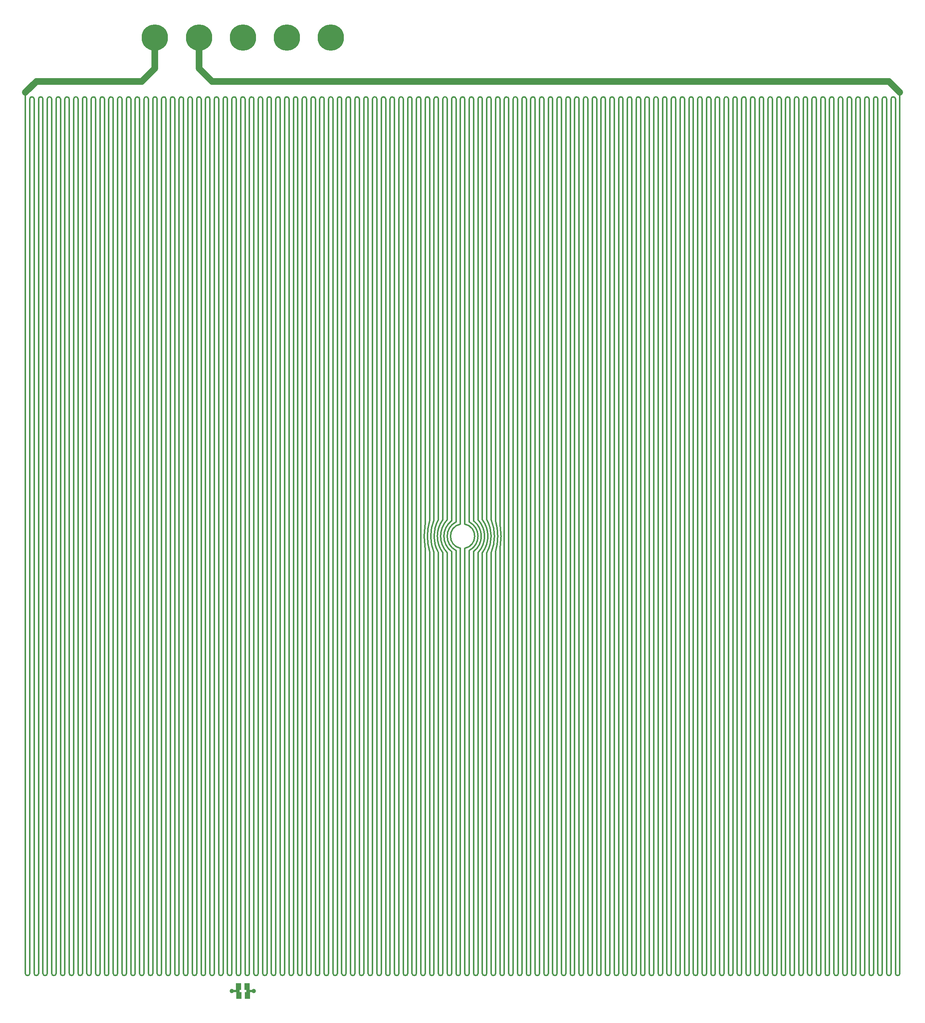
<source format=gtl>
G04 DipTrace 2.4.0.2*
%INTOP_COPPER.GTL*%
%MOIN*%
%ADD13C,0.0591*%
%ADD14C,0.0146*%
%ADD15C,0.0197*%
%ADD16C,0.0394*%
%ADD17C,0.0*%
%ADD20R,0.0512X0.0591*%
%ADD21C,0.2362*%
%FSLAX44Y44*%
G04*
G70*
G90*
G75*
G01*
%LNTop*%
%LPD*%
X22444Y90751D2*
D13*
Y87995D1*
X23625Y86814D1*
X84255D1*
X85239Y85830D1*
D14*
Y6893D1*
G02X84846Y6893I-197J0D01*
G01*
Y85239D1*
G03X84452Y85239I-197J0D01*
G01*
Y6893D1*
G02X84058Y6893I-197J0D01*
G01*
Y85239D1*
G03X83665Y85239I-197J0D01*
G01*
Y6893D1*
G02X83271Y6893I-197J0D01*
G01*
Y85239D1*
G03X82877Y85239I-197J0D01*
G01*
Y6893D1*
G02X82483Y6893I-197J0D01*
G01*
Y85239D1*
G03X82090Y85239I-197J0D01*
G01*
Y6893D1*
G02X81696Y6893I-197J0D01*
G01*
Y85239D1*
G03X81302Y85239I-197J0D01*
G01*
Y6893D1*
G02X80909Y6893I-197J0D01*
G01*
Y85239D1*
G03X80515Y85239I-197J0D01*
G01*
Y6893D1*
G02X80121Y6893I-197J0D01*
G01*
Y85239D1*
G03X79728Y85239I-197J0D01*
G01*
Y6893D1*
G02X79334Y6893I-197J0D01*
G01*
Y85239D1*
G03X78940Y85239I-197J0D01*
G01*
Y6893D1*
G02X78546Y6893I-197J0D01*
G01*
Y85239D1*
G03X78153Y85239I-197J0D01*
G01*
Y6893D1*
G02X77759Y6893I-197J0D01*
G01*
Y85239D1*
G03X77365Y85239I-197J0D01*
G01*
Y6893D1*
G02X76972Y6897I-197J2D01*
G01*
Y85239D1*
G03X76578Y85239I-197J0D01*
G01*
Y6893D1*
G02X76184Y6893I-197J0D01*
G01*
Y85239D1*
G03X75791Y85239I-197J0D01*
G01*
Y6893D1*
G02X75397Y6893I-197J0D01*
G01*
Y85239D1*
G03X75003Y85239I-197J0D01*
G01*
Y6893D1*
G02X74609Y6893I-197J0D01*
G01*
Y85239D1*
G03X74216Y85239I-197J0D01*
G01*
Y6893D1*
G02X73822Y6893I-197J0D01*
G01*
Y85239D1*
G03X73428Y85239I-197J0D01*
G01*
Y6893D1*
G02X73035Y6893I-197J0D01*
G01*
Y85239D1*
G03X72641Y85239I-197J0D01*
G01*
Y6893D1*
G02X72247Y6893I-197J0D01*
G01*
Y85239D1*
G03X71854Y85239I-197J0D01*
G01*
Y6893D1*
G02X71460Y6893I-197J0D01*
G01*
Y85239D1*
G03X71066Y85239I-197J0D01*
G01*
Y6893D1*
G02X70672Y6893I-197J0D01*
G01*
Y85239D1*
G03X70279Y85239I-197J0D01*
G01*
Y6893D1*
G02X69885Y6893I-197J0D01*
G01*
Y85239D1*
G03X69491Y85239I-197J0D01*
G01*
Y6893D1*
G02X69098Y6893I-197J0D01*
G01*
Y85239D1*
G03X68704Y85239I-197J0D01*
G01*
Y6893D1*
G02X68310Y6893I-197J0D01*
G01*
Y85239D1*
G03X67917Y85239I-197J0D01*
G01*
Y6893D1*
G02X67523Y6897I-197J2D01*
G01*
Y85239D1*
G03X67129Y85239I-197J0D01*
G01*
Y6893D1*
G02X66735Y6893I-197J0D01*
G01*
Y85239D1*
G03X66342Y85239I-197J0D01*
G01*
Y6893D1*
G02X65948Y6893I-197J0D01*
G01*
Y85239D1*
G03X65554Y85239I-197J0D01*
G01*
Y6893D1*
G02X65161Y6893I-197J0D01*
G01*
Y85239D1*
G03X64767Y85239I-197J0D01*
G01*
Y6893D1*
G02X64373Y6893I-197J0D01*
G01*
Y85239D1*
G03X63980Y85239I-197J0D01*
G01*
Y6893D1*
G02X63586Y6893I-197J0D01*
G01*
Y85239D1*
G03X63192Y85239I-197J0D01*
G01*
Y6893D1*
G02X62798Y6893I-197J0D01*
G01*
Y85239D1*
G03X62405Y85239I-197J0D01*
G01*
Y6893D1*
G02X62011Y6893I-197J0D01*
G01*
Y85239D1*
G03X61617Y85239I-197J0D01*
G01*
Y6893D1*
G02X61224Y6893I-197J0D01*
G01*
Y85239D1*
G03X60830Y85239I-197J0D01*
G01*
Y6893D1*
G02X60436Y6893I-197J0D01*
G01*
Y85239D1*
G03X60043Y85239I-197J0D01*
G01*
Y6893D1*
G02X59649Y6893I-197J0D01*
G01*
Y85239D1*
G03X59255Y85239I-197J0D01*
G01*
Y6893D1*
G02X58861Y6893I-197J0D01*
G01*
Y85239D1*
G03X58468Y85239I-197J0D01*
G01*
Y6893D1*
G02X58074Y6897I-197J2D01*
G01*
Y85239D1*
G03X57680Y85239I-197J0D01*
G01*
Y6893D1*
G02X57287Y6893I-197J0D01*
G01*
Y85239D1*
G03X56893Y85239I-197J0D01*
G01*
Y6893D1*
G02X56499Y6893I-197J0D01*
G01*
Y85239D1*
G03X56106Y85239I-197J0D01*
G01*
Y6893D1*
G02X55712Y6893I-197J0D01*
G01*
Y85239D1*
G03X55318Y85239I-197J0D01*
G01*
Y6893D1*
G02X54924Y6893I-197J0D01*
G01*
Y85239D1*
G03X54531Y85239I-197J0D01*
G01*
Y6893D1*
G02X54137Y6893I-197J0D01*
G01*
Y85239D1*
G03X53743Y85239I-197J0D01*
G01*
Y6893D1*
G02X53350Y6893I-197J0D01*
G01*
Y85239D1*
G03X52956Y85239I-197J0D01*
G01*
Y6893D1*
G02X52562Y6893I-197J0D01*
G01*
Y85239D1*
G03X52169Y85239I-197J0D01*
G01*
Y6893D1*
G02X51775Y6893I-197J0D01*
G01*
Y85239D1*
G03X51381Y85239I-197J0D01*
G01*
Y6893D1*
G02X50987Y6893I-197J0D01*
G01*
Y85239D1*
G03X50594Y85239I-197J0D01*
G01*
Y6893D1*
G02X50200Y6893I-197J0D01*
G01*
Y85239D1*
G03X49806Y85239I-197J0D01*
G01*
Y6893D1*
G02X49413Y6893I-197J0D01*
G01*
Y44885D1*
G03X49413Y47247I-7037J1181D01*
G01*
Y85239D1*
G03X49019Y85239I-197J0D01*
G01*
Y47444D1*
G02X49019Y44688I-4724J-1378D01*
G01*
Y6893D1*
G02X48625Y6897I-197J2D01*
G01*
Y44590D1*
G03X48625Y47543I-3543J1476D01*
G01*
Y85239D1*
G03X48231Y85239I-197J0D01*
G01*
Y47543D1*
G02X48231Y44590I-2571J-1476D01*
G01*
Y6893D1*
G02X47838Y6893I-197J0D01*
G01*
Y44590D1*
G03X47838Y47543I-1969J1476D01*
G01*
Y85239D1*
G03X47444Y85239I-197J0D01*
G01*
Y47543D1*
G02X47444Y44590I-1550J-1476D01*
G01*
Y6893D1*
G02X47050Y6893I-197J0D01*
G01*
Y44688D1*
G03X47050Y47444I-1033J1378D01*
G01*
Y85239D1*
G03X46657Y85239I-197J0D01*
G01*
Y47346D1*
G02X46657Y44787I-646J-1280D01*
G01*
Y6893D1*
G02X46263Y6893I-197J0D01*
G01*
Y44983D1*
G03X46263Y47149I-219J1083D01*
G01*
Y85239D1*
G03X45869Y85240I-197J0D01*
G01*
Y47149D1*
G03X45869Y44983I219J-1083D01*
G01*
Y6893D1*
G02X45476Y6893I-197J0D01*
G01*
Y44787D1*
G02X45476Y47346I646J1280D01*
G01*
Y85239D1*
G03X45082Y85239I-197J0D01*
G01*
Y47444D1*
G03X45082Y44688I1033J-1378D01*
G01*
Y6893D1*
G02X44688Y6893I-197J0D01*
G01*
Y44590D1*
G02X44688Y47543I1550J1476D01*
G01*
Y85239D1*
G03X44294Y85239I-197J0D01*
G01*
Y47543D1*
G03X44294Y44590I1969J-1476D01*
G01*
Y6893D1*
G02X43901Y6893I-197J0D01*
G01*
Y44590D1*
G02X43901Y47543I2571J1476D01*
G01*
Y85239D1*
G03X43507Y85239I-197J0D01*
G01*
Y47543D1*
G03X43507Y44590I3543J-1476D01*
G01*
Y6893D1*
G02X43113Y6893I-197J0D01*
G01*
Y44688D1*
G02X43113Y47444I4724J1378D01*
G01*
Y85239D1*
G03X42720Y85239I-197J0D01*
G01*
Y47247D1*
G03X42720Y44885I7037J-1181D01*
G01*
Y6893D1*
G02X42326Y6893I-197J0D01*
G01*
Y85239D1*
G03X41932Y85239I-197J0D01*
G01*
Y6893D1*
G02X41539Y6893I-197J0D01*
G01*
Y85239D1*
G03X41145Y85239I-197J0D01*
G01*
Y6893D1*
G02X40751Y6893I-197J0D01*
G01*
Y85239D1*
G03X40357Y85239I-197J0D01*
G01*
Y6893D1*
G02X39964Y6893I-197J0D01*
G01*
Y85239D1*
G03X39570Y85239I-197J0D01*
G01*
Y6893D1*
G02X39176Y6897I-197J2D01*
G01*
Y85239D1*
G03X38783Y85239I-197J0D01*
G01*
Y6893D1*
G02X38389Y6893I-197J0D01*
G01*
Y85239D1*
G03X37995Y85239I-197J0D01*
G01*
Y6893D1*
G02X37602Y6893I-197J0D01*
G01*
Y85239D1*
G03X37208Y85239I-197J0D01*
G01*
Y6893D1*
G02X36814Y6893I-197J0D01*
G01*
Y85239D1*
G03X36420Y85239I-197J0D01*
G01*
Y6893D1*
G02X36027Y6893I-197J0D01*
G01*
Y85239D1*
G03X35633Y85239I-197J0D01*
G01*
Y6893D1*
G02X35239Y6893I-197J0D01*
G01*
Y85239D1*
G03X34846Y85239I-197J0D01*
G01*
Y6893D1*
G02X34452Y6893I-197J0D01*
G01*
Y85239D1*
G03X34058Y85239I-197J0D01*
G01*
Y6893D1*
G02X33665Y6893I-197J0D01*
G01*
Y85239D1*
G03X33271Y85239I-197J0D01*
G01*
Y6893D1*
G02X32877Y6893I-197J0D01*
G01*
Y85239D1*
G03X32483Y85239I-197J0D01*
G01*
Y6893D1*
G02X32090Y6893I-197J0D01*
G01*
Y85239D1*
G03X31696Y85239I-197J0D01*
G01*
Y6893D1*
G02X31302Y6893I-197J0D01*
G01*
Y85239D1*
G03X30909Y85239I-197J0D01*
G01*
Y6893D1*
G02X30515Y6893I-197J0D01*
G01*
Y85239D1*
G03X30121Y85239I-197J0D01*
G01*
Y6893D1*
G02X29728Y6897I-197J2D01*
G01*
Y85239D1*
G03X29334Y85239I-197J0D01*
G01*
Y6893D1*
G02X28940Y6893I-197J0D01*
G01*
Y85239D1*
G03X28546Y85239I-197J0D01*
G01*
Y6893D1*
G02X28153Y6893I-197J0D01*
G01*
Y85239D1*
G03X27759Y85239I-197J0D01*
G01*
Y6893D1*
G02X27365Y6893I-197J0D01*
G01*
Y85239D1*
G03X26972Y85239I-197J0D01*
G01*
Y6893D1*
G02X26578Y6893I-197J0D01*
G01*
Y85239D1*
G03X26184Y85239I-197J0D01*
G01*
Y6893D1*
G02X25791Y6893I-197J0D01*
G01*
Y85239D1*
G03X25397Y85239I-197J0D01*
G01*
Y6893D1*
G02X25003Y6893I-197J0D01*
G01*
Y85239D1*
G03X24609Y85239I-197J0D01*
G01*
Y6893D1*
G02X24216Y6893I-197J0D01*
G01*
Y85239D1*
G03X23822Y85239I-197J0D01*
G01*
Y6893D1*
G02X23428Y6893I-197J0D01*
G01*
Y85239D1*
G03X23035Y85239I-197J0D01*
G01*
Y6893D1*
G02X22641Y6893I-197J0D01*
G01*
Y85239D1*
G03X22247Y85239I-197J0D01*
G01*
Y6893D1*
G02X21854Y6893I-197J0D01*
G01*
Y85239D1*
G03X21460Y85239I-197J0D01*
G01*
Y6893D1*
G02X21066Y6893I-197J0D01*
G01*
Y85239D1*
G03X20672Y85239I-197J0D01*
G01*
Y6893D1*
G02X20279Y6897I-197J2D01*
G01*
Y85239D1*
G03X19885Y85239I-197J0D01*
G01*
Y6893D1*
G02X19491Y6893I-197J0D01*
G01*
Y85239D1*
G03X19098Y85239I-197J0D01*
G01*
Y6893D1*
G02X18704Y6893I-197J0D01*
G01*
Y85239D1*
G03X18310Y85239I-197J0D01*
G01*
Y6893D1*
G02X17917Y6893I-197J0D01*
G01*
Y85239D1*
G03X17523Y85239I-197J0D01*
G01*
Y6893D1*
G02X17129Y6893I-197J0D01*
G01*
Y85239D1*
G03X16735Y85239I-197J0D01*
G01*
Y6893D1*
G02X16342Y6893I-197J0D01*
G01*
Y85239D1*
G03X15948Y85239I-197J0D01*
G01*
Y6893D1*
G02X15554Y6893I-197J0D01*
G01*
Y85239D1*
G03X15161Y85239I-197J0D01*
G01*
Y6893D1*
G02X14767Y6893I-197J0D01*
G01*
Y85239D1*
G03X14373Y85239I-197J0D01*
G01*
Y6893D1*
G02X13980Y6893I-197J0D01*
G01*
Y85239D1*
G03X13586Y85239I-197J0D01*
G01*
Y6893D1*
G02X13192Y6893I-197J0D01*
G01*
Y85239D1*
G03X12798Y85239I-197J0D01*
G01*
Y6893D1*
G02X12405Y6893I-197J0D01*
G01*
Y85239D1*
G03X12011Y85239I-197J0D01*
G01*
Y6893D1*
G02X11617Y6893I-197J0D01*
G01*
Y85239D1*
G03X11224Y85239I-197J0D01*
G01*
Y6893D1*
G02X10830Y6897I-197J2D01*
G01*
Y85239D1*
G03X10436Y85239I-197J0D01*
G01*
Y6893D1*
G02X10043Y6893I-197J0D01*
G01*
Y85239D1*
G03X9649Y85239I-197J0D01*
G01*
Y6893D1*
G02X9255Y6893I-197J0D01*
G01*
Y85239D1*
G03X8861Y85239I-197J0D01*
G01*
Y6893D1*
G02X8468Y6893I-197J0D01*
G01*
Y85239D1*
G03X8074Y85239I-197J0D01*
G01*
Y6893D1*
G02X7680Y6893I-197J0D01*
G01*
Y85239D1*
G03X7287Y85239I-197J0D01*
G01*
Y6893D1*
G02X6893Y6893I-197J0D01*
G01*
Y85830D1*
D13*
X7877Y86814D1*
X17326D1*
X18507Y87995D1*
Y90751D1*
X26755Y5712D2*
D15*
X26775Y5515D1*
Y5318D1*
Y4924D1*
X27365Y5318D2*
X26775D1*
X26027Y4924D2*
X25987D1*
Y5318D1*
Y5515D1*
X26007Y5712D1*
X25397Y5318D2*
X25987D1*
D16*
X25397D3*
X27365D3*
D20*
X26007Y5712D3*
X26755D3*
X26775Y4924D3*
X26027D3*
D21*
X18507Y90751D3*
X34255D3*
X22444D3*
X30318D3*
X26381D3*
X43962Y15776D2*
D17*
D3*
X9058Y5909D2*
D3*
G36*
X6696Y6696D2*
D1*
D1*
D1*
D1*
D1*
D1*
D1*
D1*
D1*
D1*
D1*
D1*
D1*
D1*
D1*
D1*
D1*
D1*
D1*
D1*
D1*
D1*
D1*
D1*
D1*
D1*
D1*
D1*
D1*
D1*
D1*
D1*
D1*
D1*
D1*
G37*
G36*
D2*
D1*
D1*
D1*
D1*
D1*
D1*
D1*
D1*
D1*
D1*
D1*
D1*
D1*
D1*
D1*
D1*
D1*
D1*
D1*
D1*
D1*
D1*
D1*
D1*
D1*
D1*
D1*
D1*
D1*
D1*
D1*
D1*
D1*
D1*
D1*
G37*
G36*
D2*
D1*
D1*
D1*
D1*
D1*
D1*
D1*
D1*
D1*
D1*
D1*
D1*
D1*
D1*
D1*
D1*
D1*
D1*
D1*
D1*
D1*
D1*
D1*
D1*
D1*
D1*
D1*
D1*
D1*
D1*
D1*
D1*
D1*
D1*
D1*
G37*
G36*
D2*
D1*
D1*
D1*
D1*
D1*
D1*
D1*
D1*
D1*
D1*
D1*
D1*
D1*
D1*
D1*
D1*
D1*
D1*
D1*
D1*
D1*
D1*
D1*
D1*
D1*
D1*
D1*
D1*
D1*
D1*
D1*
D1*
D1*
D1*
D1*
G37*
G36*
D2*
D1*
D1*
D1*
D1*
D1*
D1*
D1*
D1*
D1*
D1*
D1*
D1*
D1*
D1*
D1*
D1*
D1*
D1*
D1*
D1*
D1*
D1*
D1*
D1*
D1*
D1*
D1*
D1*
D1*
D1*
D1*
D1*
D1*
D1*
D1*
G37*
G36*
D2*
D1*
D1*
D1*
D1*
D1*
D1*
D1*
D1*
D1*
D1*
D1*
D1*
D1*
D1*
D1*
D1*
D1*
D1*
D1*
D1*
D1*
D1*
D1*
D1*
D1*
D1*
D1*
D1*
D1*
D1*
D1*
D1*
D1*
D1*
D1*
G37*
G36*
D2*
D1*
D1*
D1*
D1*
D1*
D1*
D1*
D1*
D1*
D1*
D1*
D1*
D1*
D1*
D1*
D1*
D1*
D1*
D1*
D1*
D1*
D1*
D1*
D1*
D1*
D1*
D1*
D1*
D1*
D1*
D1*
D1*
D1*
D1*
D1*
G37*
G36*
D2*
D1*
D1*
D1*
D1*
D1*
D1*
D1*
D1*
D1*
D1*
D1*
D1*
D1*
D1*
D1*
D1*
D1*
D1*
D1*
D1*
D1*
D1*
D1*
D1*
D1*
D1*
D1*
D1*
D1*
D1*
D1*
D1*
D1*
D1*
D1*
G37*
G36*
D2*
D1*
D1*
D1*
D1*
D1*
D1*
D1*
D1*
D1*
D1*
D1*
D1*
D1*
D1*
D1*
D1*
D1*
D1*
D1*
D1*
D1*
D1*
D1*
D1*
D1*
D1*
D1*
D1*
D1*
D1*
D1*
D1*
D1*
D1*
D1*
G37*
G36*
D2*
D1*
D1*
D1*
D1*
D1*
D1*
D1*
D1*
D1*
D1*
D1*
D1*
D1*
D1*
D1*
D1*
D1*
D1*
D1*
D1*
D1*
D1*
D1*
D1*
D1*
D1*
D1*
D1*
D1*
D1*
D1*
D1*
D1*
D1*
D1*
G37*
G36*
D2*
D1*
D1*
D1*
D1*
D1*
D1*
D1*
D1*
D1*
D1*
D1*
D1*
D1*
D1*
D1*
D1*
D1*
D1*
D1*
D1*
D1*
D1*
D1*
D1*
D1*
D1*
D1*
D1*
D1*
D1*
D1*
D1*
D1*
D1*
D1*
G37*
G36*
D2*
D1*
D1*
D1*
D1*
D1*
D1*
D1*
D1*
D1*
D1*
D1*
D1*
D1*
D1*
D1*
D1*
D1*
D1*
D1*
D1*
D1*
D1*
D1*
D1*
D1*
D1*
D1*
D1*
D1*
D1*
D1*
D1*
D1*
D1*
D1*
G37*
G36*
D2*
D1*
D1*
D1*
D1*
D1*
D1*
D1*
D1*
D1*
D1*
D1*
D1*
D1*
D1*
D1*
D1*
D1*
D1*
D1*
D1*
D1*
D1*
D1*
D1*
D1*
D1*
D1*
D1*
D1*
D1*
D1*
D1*
D1*
D1*
D1*
G37*
G36*
D2*
D1*
D1*
D1*
D1*
D1*
D1*
D1*
D1*
D1*
D1*
D1*
D1*
D1*
D1*
D1*
D1*
D1*
D1*
D1*
D1*
D1*
D1*
D1*
D1*
D1*
D1*
D1*
D1*
D1*
D1*
D1*
D1*
D1*
D1*
D1*
G37*
G36*
D2*
D1*
D1*
D1*
D1*
D1*
D1*
D1*
D1*
D1*
D1*
D1*
D1*
D1*
D1*
D1*
D1*
D1*
D1*
D1*
D1*
D1*
D1*
D1*
D1*
D1*
D1*
D1*
D1*
D1*
D1*
D1*
D1*
D1*
D1*
D1*
G37*
G36*
D2*
D1*
D1*
D1*
D1*
D1*
D1*
D1*
D1*
D1*
D1*
D1*
D1*
D1*
D1*
D1*
D1*
D1*
D1*
D1*
D1*
D1*
D1*
D1*
D1*
D1*
D1*
D1*
D1*
D1*
D1*
D1*
D1*
D1*
D1*
D1*
G37*
G36*
D2*
D1*
D1*
D1*
D1*
D1*
D1*
D1*
D1*
D1*
D1*
D1*
D1*
D1*
D1*
D1*
D1*
D1*
D1*
D1*
D1*
D1*
D1*
D1*
D1*
D1*
D1*
D1*
D1*
D1*
D1*
D1*
D1*
D1*
D1*
D1*
G37*
G36*
D2*
D1*
D1*
D1*
D1*
D1*
D1*
D1*
D1*
D1*
D1*
D1*
D1*
D1*
D1*
D1*
D1*
D1*
D1*
D1*
D1*
D1*
D1*
D1*
D1*
D1*
D1*
D1*
D1*
D1*
D1*
D1*
D1*
D1*
D1*
D1*
G37*
G36*
D2*
D1*
D1*
D1*
D1*
D1*
D1*
D1*
D1*
D1*
D1*
D1*
D1*
D1*
D1*
D1*
D1*
D1*
D1*
D1*
D1*
D1*
D1*
D1*
D1*
D1*
D1*
D1*
D1*
D1*
D1*
D1*
D1*
D1*
D1*
D1*
G37*
G36*
D2*
D1*
D1*
D1*
D1*
D1*
D1*
D1*
D1*
D1*
D1*
D1*
D1*
D1*
D1*
D1*
D1*
D1*
D1*
D1*
D1*
D1*
D1*
D1*
D1*
D1*
D1*
D1*
D1*
D1*
D1*
D1*
D1*
D1*
D1*
D1*
G37*
G36*
D2*
D1*
D1*
D1*
D1*
D1*
D1*
D1*
D1*
D1*
D1*
D1*
D1*
D1*
D1*
D1*
D1*
D1*
D1*
D1*
D1*
D1*
D1*
D1*
D1*
D1*
D1*
D1*
D1*
D1*
D1*
D1*
D1*
D1*
D1*
D1*
G37*
G36*
D2*
D1*
D1*
D1*
D1*
D1*
D1*
D1*
D1*
D1*
D1*
D1*
D1*
D1*
D1*
D1*
D1*
D1*
D1*
D1*
D1*
D1*
D1*
D1*
D1*
D1*
D1*
D1*
D1*
D1*
D1*
D1*
D1*
D1*
D1*
D1*
G37*
G36*
D2*
D1*
D1*
D1*
D1*
D1*
D1*
D1*
D1*
D1*
D1*
D1*
D1*
D1*
D1*
D1*
D1*
D1*
D1*
D1*
D1*
D1*
D1*
D1*
D1*
D1*
D1*
D1*
D1*
D1*
D1*
D1*
D1*
D1*
D1*
D1*
G37*
G36*
D2*
D1*
D1*
D1*
D1*
D1*
D1*
D1*
D1*
D1*
D1*
D1*
D1*
D1*
D1*
D1*
D1*
D1*
D1*
D1*
D1*
D1*
D1*
D1*
D1*
D1*
D1*
D1*
D1*
D1*
D1*
D1*
D1*
D1*
D1*
D1*
G37*
G36*
D2*
D1*
D1*
D1*
D1*
D1*
D1*
D1*
D1*
D1*
D1*
D1*
D1*
D1*
D1*
D1*
D1*
D1*
D1*
D1*
D1*
D1*
D1*
D1*
D1*
D1*
D1*
D1*
D1*
D1*
D1*
D1*
D1*
D1*
D1*
D1*
G37*
G36*
D2*
D1*
D1*
D1*
D1*
D1*
D1*
D1*
D1*
D1*
D1*
D1*
D1*
D1*
D1*
D1*
D1*
D1*
D1*
D1*
D1*
D1*
D1*
D1*
D1*
D1*
D1*
D1*
D1*
D1*
D1*
D1*
D1*
D1*
D1*
D1*
G37*
G36*
D2*
D1*
D1*
D1*
D1*
D1*
D1*
D1*
D1*
D1*
D1*
D1*
D1*
D1*
D1*
D1*
D1*
D1*
D1*
D1*
D1*
D1*
D1*
D1*
D1*
D1*
D1*
D1*
D1*
D1*
D1*
D1*
D1*
D1*
D1*
D1*
G37*
M02*

</source>
